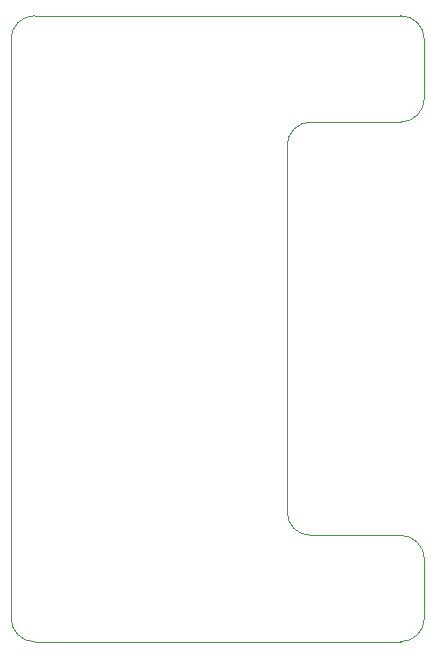
<source format=gbr>
%TF.GenerationSoftware,KiCad,Pcbnew,7.0.7*%
%TF.CreationDate,2023-12-09T08:29:27-03:00*%
%TF.ProjectId,bread_board_power_supply,62726561-645f-4626-9f61-72645f706f77,A*%
%TF.SameCoordinates,Original*%
%TF.FileFunction,Profile,NP*%
%FSLAX46Y46*%
G04 Gerber Fmt 4.6, Leading zero omitted, Abs format (unit mm)*
G04 Created by KiCad (PCBNEW 7.0.7) date 2023-12-09 08:29:27*
%MOMM*%
%LPD*%
G01*
G04 APERTURE LIST*
%TA.AperFunction,Profile*%
%ADD10C,0.100000*%
%TD*%
G04 APERTURE END LIST*
D10*
X151384000Y-79000000D02*
G75*
G03*
X149384000Y-81000000I0J-2000000D01*
G01*
X161000000Y-72000000D02*
X161000000Y-77000000D01*
X126000000Y-121000000D02*
G75*
G03*
X128000000Y-123000000I2000000J0D01*
G01*
X159000000Y-123000000D02*
G75*
G03*
X161000000Y-121000000I0J2000000D01*
G01*
X149384000Y-112000000D02*
G75*
G03*
X151384000Y-114000000I2000000J0D01*
G01*
X128000000Y-70000000D02*
X159000000Y-70000000D01*
X161000000Y-116000000D02*
G75*
G03*
X159000000Y-114000000I-2000000J0D01*
G01*
X126000000Y-72000000D02*
X126000000Y-121000000D01*
X161000000Y-116000000D02*
X161000000Y-121000000D01*
X149384000Y-112000000D02*
X149384000Y-81000000D01*
X128000000Y-123000000D02*
X159000000Y-123000000D01*
X128000000Y-70000000D02*
G75*
G03*
X126000000Y-72000000I0J-2000000D01*
G01*
X159000000Y-79000000D02*
G75*
G03*
X161000000Y-77000000I0J2000000D01*
G01*
X151384000Y-114000000D02*
X159000000Y-114000000D01*
X151384000Y-79000000D02*
X159000000Y-79000000D01*
X161000000Y-72000000D02*
G75*
G03*
X159000000Y-70000000I-2000000J0D01*
G01*
M02*

</source>
